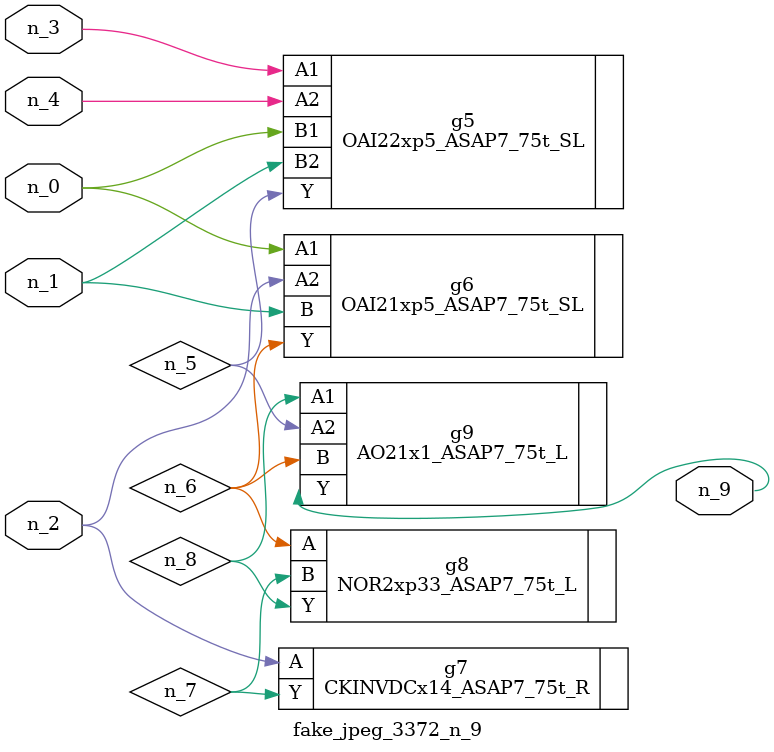
<source format=v>
module fake_jpeg_3372_n_9 (n_3, n_2, n_1, n_0, n_4, n_9);

input n_3;
input n_2;
input n_1;
input n_0;
input n_4;

output n_9;

wire n_8;
wire n_6;
wire n_5;
wire n_7;

OAI22xp5_ASAP7_75t_SL g5 ( 
.A1(n_3),
.A2(n_4),
.B1(n_0),
.B2(n_1),
.Y(n_5)
);

OAI21xp5_ASAP7_75t_SL g6 ( 
.A1(n_0),
.A2(n_2),
.B(n_1),
.Y(n_6)
);

CKINVDCx14_ASAP7_75t_R g7 ( 
.A(n_2),
.Y(n_7)
);

NOR2xp33_ASAP7_75t_L g8 ( 
.A(n_6),
.B(n_7),
.Y(n_8)
);

AO21x1_ASAP7_75t_L g9 ( 
.A1(n_8),
.A2(n_5),
.B(n_6),
.Y(n_9)
);


endmodule
</source>
